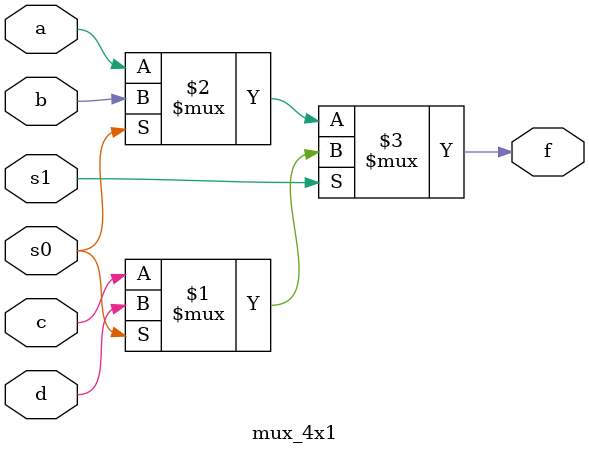
<source format=v>
`timescale 1ns / 1ps

module mux_4x1(output f,input a,b,c,d,s1,s0);

assign f = s1 ? ( s0 ? d : c ) : ( s0 ? b : a );

endmodule

</source>
